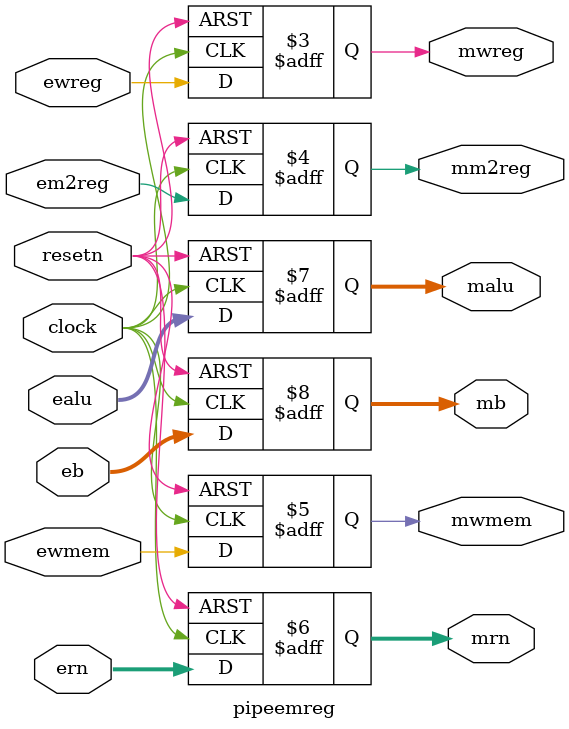
<source format=v>
module pipeemreg (
    ewreg, em2reg, ewmem, ealu, eb, ern, clock, resetn,
    mwreg, mm2reg, mwmem, malu, mb, mrn
);

    input           clock, resetn;

    input           ewreg, em2reg, ewmem;
    input   [ 4:0]  ern;
    input   [31:0]  ealu, eb;

    output  reg     mwreg, mm2reg, mwmem;
    output  reg     [ 4:0]  mrn;
    output  reg     [31:0]  malu, mb;

    always @ (posedge clock or negedge resetn) begin
        if (resetn == 0) begin
            mwreg   <=  0;
            mm2reg  <=  0;
            mwmem   <=  0;
            mrn     <=  0;
            malu    <=  0;
            mb      <=  0;
        end else begin
            mwreg   <=  ewreg;
            mm2reg  <=  em2reg;
            mwmem   <=  ewmem;
            mrn     <=  ern;
            malu    <=  ealu;
            mb      <=  eb;
        end
    end
endmodule

</source>
